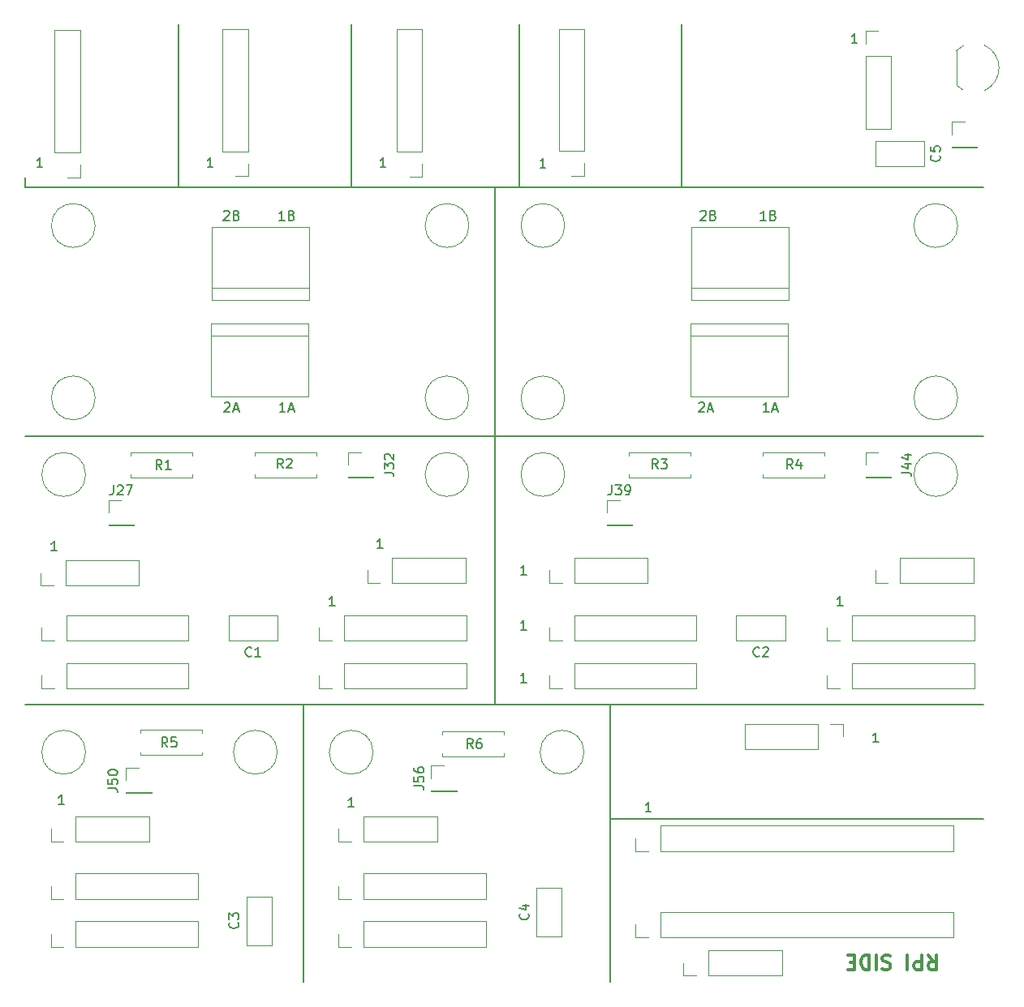
<source format=gbr>
G04 #@! TF.FileFunction,Legend,Top*
%FSLAX46Y46*%
G04 Gerber Fmt 4.6, Leading zero omitted, Abs format (unit mm)*
G04 Created by KiCad (PCBNEW 4.0.7) date 09/21/21 22:43:12*
%MOMM*%
%LPD*%
G01*
G04 APERTURE LIST*
%ADD10C,0.100000*%
%ADD11C,0.200000*%
%ADD12C,0.150000*%
%ADD13C,0.300000*%
%ADD14C,0.120000*%
G04 APERTURE END LIST*
D10*
D11*
X98500000Y-30000000D02*
X98500000Y-47000000D01*
X81500000Y-30000000D02*
X81500000Y-47000000D01*
X64000000Y-30000000D02*
X64000000Y-47000000D01*
X46000000Y-30000000D02*
X46000000Y-47000000D01*
D12*
X84285715Y-44952381D02*
X83714286Y-44952381D01*
X84000000Y-44952381D02*
X84000000Y-43952381D01*
X83904762Y-44095238D01*
X83809524Y-44190476D01*
X83714286Y-44238095D01*
X119035715Y-104952381D02*
X118464286Y-104952381D01*
X118750000Y-104952381D02*
X118750000Y-103952381D01*
X118654762Y-104095238D01*
X118559524Y-104190476D01*
X118464286Y-104238095D01*
X95285715Y-112202381D02*
X94714286Y-112202381D01*
X95000000Y-112202381D02*
X95000000Y-111202381D01*
X94904762Y-111345238D01*
X94809524Y-111440476D01*
X94714286Y-111488095D01*
X64285715Y-111702381D02*
X63714286Y-111702381D01*
X64000000Y-111702381D02*
X64000000Y-110702381D01*
X63904762Y-110845238D01*
X63809524Y-110940476D01*
X63714286Y-110988095D01*
X34035715Y-111452381D02*
X33464286Y-111452381D01*
X33750000Y-111452381D02*
X33750000Y-110452381D01*
X33654762Y-110595238D01*
X33559524Y-110690476D01*
X33464286Y-110738095D01*
X67285715Y-84702381D02*
X66714286Y-84702381D01*
X67000000Y-84702381D02*
X67000000Y-83702381D01*
X66904762Y-83845238D01*
X66809524Y-83940476D01*
X66714286Y-83988095D01*
X115285715Y-90702381D02*
X114714286Y-90702381D01*
X115000000Y-90702381D02*
X115000000Y-89702381D01*
X114904762Y-89845238D01*
X114809524Y-89940476D01*
X114714286Y-89988095D01*
X82285715Y-98702381D02*
X81714286Y-98702381D01*
X82000000Y-98702381D02*
X82000000Y-97702381D01*
X81904762Y-97845238D01*
X81809524Y-97940476D01*
X81714286Y-97988095D01*
X82285715Y-93202381D02*
X81714286Y-93202381D01*
X82000000Y-93202381D02*
X82000000Y-92202381D01*
X81904762Y-92345238D01*
X81809524Y-92440476D01*
X81714286Y-92488095D01*
X82285715Y-87452381D02*
X81714286Y-87452381D01*
X82000000Y-87452381D02*
X82000000Y-86452381D01*
X81904762Y-86595238D01*
X81809524Y-86690476D01*
X81714286Y-86738095D01*
X62285715Y-90702381D02*
X61714286Y-90702381D01*
X62000000Y-90702381D02*
X62000000Y-89702381D01*
X61904762Y-89845238D01*
X61809524Y-89940476D01*
X61714286Y-89988095D01*
X33285715Y-84952381D02*
X32714286Y-84952381D01*
X33000000Y-84952381D02*
X33000000Y-83952381D01*
X32904762Y-84095238D01*
X32809524Y-84190476D01*
X32714286Y-84238095D01*
X100464286Y-49547619D02*
X100511905Y-49500000D01*
X100607143Y-49452381D01*
X100845239Y-49452381D01*
X100940477Y-49500000D01*
X100988096Y-49547619D01*
X101035715Y-49642857D01*
X101035715Y-49738095D01*
X100988096Y-49880952D01*
X100416667Y-50452381D01*
X101035715Y-50452381D01*
X101797620Y-49928571D02*
X101940477Y-49976190D01*
X101988096Y-50023810D01*
X102035715Y-50119048D01*
X102035715Y-50261905D01*
X101988096Y-50357143D01*
X101940477Y-50404762D01*
X101845239Y-50452381D01*
X101464286Y-50452381D01*
X101464286Y-49452381D01*
X101797620Y-49452381D01*
X101892858Y-49500000D01*
X101940477Y-49547619D01*
X101988096Y-49642857D01*
X101988096Y-49738095D01*
X101940477Y-49833333D01*
X101892858Y-49880952D01*
X101797620Y-49928571D01*
X101464286Y-49928571D01*
X107285715Y-50452381D02*
X106714286Y-50452381D01*
X107000000Y-50452381D02*
X107000000Y-49452381D01*
X106904762Y-49595238D01*
X106809524Y-49690476D01*
X106714286Y-49738095D01*
X108047620Y-49928571D02*
X108190477Y-49976190D01*
X108238096Y-50023810D01*
X108285715Y-50119048D01*
X108285715Y-50261905D01*
X108238096Y-50357143D01*
X108190477Y-50404762D01*
X108095239Y-50452381D01*
X107714286Y-50452381D01*
X107714286Y-49452381D01*
X108047620Y-49452381D01*
X108142858Y-49500000D01*
X108190477Y-49547619D01*
X108238096Y-49642857D01*
X108238096Y-49738095D01*
X108190477Y-49833333D01*
X108142858Y-49880952D01*
X108047620Y-49928571D01*
X107714286Y-49928571D01*
X100285714Y-69547619D02*
X100333333Y-69500000D01*
X100428571Y-69452381D01*
X100666667Y-69452381D01*
X100761905Y-69500000D01*
X100809524Y-69547619D01*
X100857143Y-69642857D01*
X100857143Y-69738095D01*
X100809524Y-69880952D01*
X100238095Y-70452381D01*
X100857143Y-70452381D01*
X101238095Y-70166667D02*
X101714286Y-70166667D01*
X101142857Y-70452381D02*
X101476190Y-69452381D01*
X101809524Y-70452381D01*
X107607143Y-70452381D02*
X107035714Y-70452381D01*
X107321428Y-70452381D02*
X107321428Y-69452381D01*
X107226190Y-69595238D01*
X107130952Y-69690476D01*
X107035714Y-69738095D01*
X107988095Y-70166667D02*
X108464286Y-70166667D01*
X107892857Y-70452381D02*
X108226190Y-69452381D01*
X108559524Y-70452381D01*
X50714286Y-49547619D02*
X50761905Y-49500000D01*
X50857143Y-49452381D01*
X51095239Y-49452381D01*
X51190477Y-49500000D01*
X51238096Y-49547619D01*
X51285715Y-49642857D01*
X51285715Y-49738095D01*
X51238096Y-49880952D01*
X50666667Y-50452381D01*
X51285715Y-50452381D01*
X52047620Y-49928571D02*
X52190477Y-49976190D01*
X52238096Y-50023810D01*
X52285715Y-50119048D01*
X52285715Y-50261905D01*
X52238096Y-50357143D01*
X52190477Y-50404762D01*
X52095239Y-50452381D01*
X51714286Y-50452381D01*
X51714286Y-49452381D01*
X52047620Y-49452381D01*
X52142858Y-49500000D01*
X52190477Y-49547619D01*
X52238096Y-49642857D01*
X52238096Y-49738095D01*
X52190477Y-49833333D01*
X52142858Y-49880952D01*
X52047620Y-49928571D01*
X51714286Y-49928571D01*
X57035715Y-50452381D02*
X56464286Y-50452381D01*
X56750000Y-50452381D02*
X56750000Y-49452381D01*
X56654762Y-49595238D01*
X56559524Y-49690476D01*
X56464286Y-49738095D01*
X57797620Y-49928571D02*
X57940477Y-49976190D01*
X57988096Y-50023810D01*
X58035715Y-50119048D01*
X58035715Y-50261905D01*
X57988096Y-50357143D01*
X57940477Y-50404762D01*
X57845239Y-50452381D01*
X57464286Y-50452381D01*
X57464286Y-49452381D01*
X57797620Y-49452381D01*
X57892858Y-49500000D01*
X57940477Y-49547619D01*
X57988096Y-49642857D01*
X57988096Y-49738095D01*
X57940477Y-49833333D01*
X57892858Y-49880952D01*
X57797620Y-49928571D01*
X57464286Y-49928571D01*
X50785714Y-69547619D02*
X50833333Y-69500000D01*
X50928571Y-69452381D01*
X51166667Y-69452381D01*
X51261905Y-69500000D01*
X51309524Y-69547619D01*
X51357143Y-69642857D01*
X51357143Y-69738095D01*
X51309524Y-69880952D01*
X50738095Y-70452381D01*
X51357143Y-70452381D01*
X51738095Y-70166667D02*
X52214286Y-70166667D01*
X51642857Y-70452381D02*
X51976190Y-69452381D01*
X52309524Y-70452381D01*
X57107143Y-70452381D02*
X56535714Y-70452381D01*
X56821428Y-70452381D02*
X56821428Y-69452381D01*
X56726190Y-69595238D01*
X56630952Y-69690476D01*
X56535714Y-69738095D01*
X57488095Y-70166667D02*
X57964286Y-70166667D01*
X57392857Y-70452381D02*
X57726190Y-69452381D01*
X58059524Y-70452381D01*
X31781715Y-44902381D02*
X31210286Y-44902381D01*
X31496000Y-44902381D02*
X31496000Y-43902381D01*
X31400762Y-44045238D01*
X31305524Y-44140476D01*
X31210286Y-44188095D01*
X49561715Y-44902381D02*
X48990286Y-44902381D01*
X49276000Y-44902381D02*
X49276000Y-43902381D01*
X49180762Y-44045238D01*
X49085524Y-44140476D01*
X48990286Y-44188095D01*
X67595715Y-44902381D02*
X67024286Y-44902381D01*
X67310000Y-44902381D02*
X67310000Y-43902381D01*
X67214762Y-44045238D01*
X67119524Y-44140476D01*
X67024286Y-44188095D01*
X116785715Y-31952381D02*
X116214286Y-31952381D01*
X116500000Y-31952381D02*
X116500000Y-30952381D01*
X116404762Y-31095238D01*
X116309524Y-31190476D01*
X116214286Y-31238095D01*
D13*
X124194285Y-127171429D02*
X124694285Y-127885714D01*
X125051428Y-127171429D02*
X125051428Y-128671429D01*
X124480000Y-128671429D01*
X124337142Y-128600000D01*
X124265714Y-128528571D01*
X124194285Y-128385714D01*
X124194285Y-128171429D01*
X124265714Y-128028571D01*
X124337142Y-127957143D01*
X124480000Y-127885714D01*
X125051428Y-127885714D01*
X123551428Y-127171429D02*
X123551428Y-128671429D01*
X122980000Y-128671429D01*
X122837142Y-128600000D01*
X122765714Y-128528571D01*
X122694285Y-128385714D01*
X122694285Y-128171429D01*
X122765714Y-128028571D01*
X122837142Y-127957143D01*
X122980000Y-127885714D01*
X123551428Y-127885714D01*
X122051428Y-127171429D02*
X122051428Y-128671429D01*
X120265714Y-127242857D02*
X120051428Y-127171429D01*
X119694285Y-127171429D01*
X119551428Y-127242857D01*
X119479999Y-127314286D01*
X119408571Y-127457143D01*
X119408571Y-127600000D01*
X119479999Y-127742857D01*
X119551428Y-127814286D01*
X119694285Y-127885714D01*
X119979999Y-127957143D01*
X120122857Y-128028571D01*
X120194285Y-128100000D01*
X120265714Y-128242857D01*
X120265714Y-128385714D01*
X120194285Y-128528571D01*
X120122857Y-128600000D01*
X119979999Y-128671429D01*
X119622857Y-128671429D01*
X119408571Y-128600000D01*
X118765714Y-127171429D02*
X118765714Y-128671429D01*
X118051428Y-127171429D02*
X118051428Y-128671429D01*
X117694285Y-128671429D01*
X117480000Y-128600000D01*
X117337142Y-128457143D01*
X117265714Y-128314286D01*
X117194285Y-128028571D01*
X117194285Y-127814286D01*
X117265714Y-127528571D01*
X117337142Y-127385714D01*
X117480000Y-127242857D01*
X117694285Y-127171429D01*
X118051428Y-127171429D01*
X116551428Y-127957143D02*
X116051428Y-127957143D01*
X115837142Y-127171429D02*
X116551428Y-127171429D01*
X116551428Y-128671429D01*
X115837142Y-128671429D01*
D11*
X130000000Y-113000000D02*
X91000000Y-113000000D01*
X91000000Y-101000000D02*
X91000000Y-130000000D01*
X59000000Y-101000000D02*
X59000000Y-130000000D01*
X79000000Y-101000000D02*
X79000000Y-73000000D01*
X30000000Y-101000000D02*
X130000000Y-101000000D01*
X79000000Y-47000000D02*
X79000000Y-73000000D01*
X30000000Y-73000000D02*
X130000000Y-73000000D01*
X30000000Y-47000000D02*
X30000000Y-46000000D01*
X130000000Y-47000000D02*
X30000000Y-47000000D01*
D14*
X35727000Y-30615000D02*
X33067000Y-30615000D01*
X35727000Y-43375000D02*
X35727000Y-30615000D01*
X33067000Y-43375000D02*
X33067000Y-30615000D01*
X35727000Y-43375000D02*
X33067000Y-43375000D01*
X35727000Y-44645000D02*
X35727000Y-45975000D01*
X35727000Y-45975000D02*
X34397000Y-45975000D01*
X53253000Y-30491000D02*
X50593000Y-30491000D01*
X53253000Y-43251000D02*
X53253000Y-30491000D01*
X50593000Y-43251000D02*
X50593000Y-30491000D01*
X53253000Y-43251000D02*
X50593000Y-43251000D01*
X53253000Y-44521000D02*
X53253000Y-45851000D01*
X53253000Y-45851000D02*
X51923000Y-45851000D01*
X71414000Y-30510000D02*
X68754000Y-30510000D01*
X71414000Y-43270000D02*
X71414000Y-30510000D01*
X68754000Y-43270000D02*
X68754000Y-30510000D01*
X71414000Y-43270000D02*
X68754000Y-43270000D01*
X71414000Y-44540000D02*
X71414000Y-45870000D01*
X71414000Y-45870000D02*
X70084000Y-45870000D01*
X49380000Y-62460000D02*
X59540000Y-62460000D01*
X49380000Y-61190000D02*
X49380000Y-68810000D01*
X49380000Y-68810000D02*
X59540000Y-68810000D01*
X59540000Y-68810000D02*
X59540000Y-61190000D01*
X59540000Y-61190000D02*
X49380000Y-61190000D01*
X37286000Y-51000000D02*
G75*
G03X37286000Y-51000000I-2286000J0D01*
G01*
X76286000Y-51000000D02*
G75*
G03X76286000Y-51000000I-2286000J0D01*
G01*
X59620000Y-57540000D02*
X49460000Y-57540000D01*
X59620000Y-58810000D02*
X59620000Y-51190000D01*
X59620000Y-51190000D02*
X49460000Y-51190000D01*
X49460000Y-51190000D02*
X49460000Y-58810000D01*
X49460000Y-58810000D02*
X59620000Y-58810000D01*
X37286000Y-69000000D02*
G75*
G03X37286000Y-69000000I-2286000J0D01*
G01*
X76286000Y-69000000D02*
G75*
G03X76286000Y-69000000I-2286000J0D01*
G01*
X109620000Y-57540000D02*
X99460000Y-57540000D01*
X109620000Y-58810000D02*
X109620000Y-51190000D01*
X109620000Y-51190000D02*
X99460000Y-51190000D01*
X99460000Y-51190000D02*
X99460000Y-58810000D01*
X99460000Y-58810000D02*
X109620000Y-58810000D01*
X86286000Y-51000000D02*
G75*
G03X86286000Y-51000000I-2286000J0D01*
G01*
X86286000Y-69000000D02*
G75*
G03X86286000Y-69000000I-2286000J0D01*
G01*
X99380000Y-62460000D02*
X109540000Y-62460000D01*
X99380000Y-61190000D02*
X99380000Y-68810000D01*
X99380000Y-68810000D02*
X109540000Y-68810000D01*
X109540000Y-68810000D02*
X109540000Y-61190000D01*
X109540000Y-61190000D02*
X99380000Y-61190000D01*
X127286000Y-51000000D02*
G75*
G03X127286000Y-51000000I-2286000J0D01*
G01*
X127286000Y-69000000D02*
G75*
G03X127286000Y-69000000I-2286000J0D01*
G01*
X36286000Y-77000000D02*
G75*
G03X36286000Y-77000000I-2286000J0D01*
G01*
X47030000Y-99330000D02*
X47030000Y-96670000D01*
X34270000Y-99330000D02*
X47030000Y-99330000D01*
X34270000Y-96670000D02*
X47030000Y-96670000D01*
X34270000Y-99330000D02*
X34270000Y-96670000D01*
X33000000Y-99330000D02*
X31670000Y-99330000D01*
X31670000Y-99330000D02*
X31670000Y-98000000D01*
X38670000Y-82330000D02*
X41330000Y-82330000D01*
X38670000Y-82270000D02*
X38670000Y-82330000D01*
X41330000Y-82270000D02*
X41330000Y-82330000D01*
X38670000Y-82270000D02*
X41330000Y-82270000D01*
X38670000Y-81000000D02*
X38670000Y-79670000D01*
X38670000Y-79670000D02*
X40000000Y-79670000D01*
X41870000Y-88620000D02*
X41870000Y-85960000D01*
X34190000Y-88620000D02*
X41870000Y-88620000D01*
X34190000Y-85960000D02*
X41870000Y-85960000D01*
X34190000Y-88620000D02*
X34190000Y-85960000D01*
X32920000Y-88620000D02*
X31590000Y-88620000D01*
X31590000Y-88620000D02*
X31590000Y-87290000D01*
X47030000Y-94330000D02*
X47030000Y-91670000D01*
X34270000Y-94330000D02*
X47030000Y-94330000D01*
X34270000Y-91670000D02*
X47030000Y-91670000D01*
X34270000Y-94330000D02*
X34270000Y-91670000D01*
X33000000Y-94330000D02*
X31670000Y-94330000D01*
X31670000Y-94330000D02*
X31670000Y-93000000D01*
X76030000Y-99330000D02*
X76030000Y-96670000D01*
X63270000Y-99330000D02*
X76030000Y-99330000D01*
X63270000Y-96670000D02*
X76030000Y-96670000D01*
X63270000Y-99330000D02*
X63270000Y-96670000D01*
X62000000Y-99330000D02*
X60670000Y-99330000D01*
X60670000Y-99330000D02*
X60670000Y-98000000D01*
X75950000Y-88330000D02*
X75950000Y-85670000D01*
X68270000Y-88330000D02*
X75950000Y-88330000D01*
X68270000Y-85670000D02*
X75950000Y-85670000D01*
X68270000Y-88330000D02*
X68270000Y-85670000D01*
X67000000Y-88330000D02*
X65670000Y-88330000D01*
X65670000Y-88330000D02*
X65670000Y-87000000D01*
X63670000Y-77330000D02*
X66330000Y-77330000D01*
X63670000Y-77270000D02*
X63670000Y-77330000D01*
X66330000Y-77270000D02*
X66330000Y-77330000D01*
X63670000Y-77270000D02*
X66330000Y-77270000D01*
X63670000Y-76000000D02*
X63670000Y-74670000D01*
X63670000Y-74670000D02*
X65000000Y-74670000D01*
X76030000Y-94330000D02*
X76030000Y-91670000D01*
X63270000Y-94330000D02*
X76030000Y-94330000D01*
X63270000Y-91670000D02*
X76030000Y-91670000D01*
X63270000Y-94330000D02*
X63270000Y-91670000D01*
X62000000Y-94330000D02*
X60670000Y-94330000D01*
X60670000Y-94330000D02*
X60670000Y-93000000D01*
X76286000Y-77000000D02*
G75*
G03X76286000Y-77000000I-2286000J0D01*
G01*
X56310000Y-94310000D02*
X51190000Y-94310000D01*
X56310000Y-91690000D02*
X51190000Y-91690000D01*
X56310000Y-94310000D02*
X56310000Y-91690000D01*
X51190000Y-94310000D02*
X51190000Y-91690000D01*
X109310000Y-94310000D02*
X104190000Y-94310000D01*
X109310000Y-91690000D02*
X104190000Y-91690000D01*
X109310000Y-94310000D02*
X109310000Y-91690000D01*
X104190000Y-94310000D02*
X104190000Y-91690000D01*
X47400000Y-76980000D02*
X47400000Y-77310000D01*
X47400000Y-77310000D02*
X40980000Y-77310000D01*
X40980000Y-77310000D02*
X40980000Y-76980000D01*
X47400000Y-75020000D02*
X47400000Y-74690000D01*
X47400000Y-74690000D02*
X40980000Y-74690000D01*
X40980000Y-74690000D02*
X40980000Y-75020000D01*
X60400000Y-76980000D02*
X60400000Y-77310000D01*
X60400000Y-77310000D02*
X53980000Y-77310000D01*
X53980000Y-77310000D02*
X53980000Y-76980000D01*
X60400000Y-75020000D02*
X60400000Y-74690000D01*
X60400000Y-74690000D02*
X53980000Y-74690000D01*
X53980000Y-74690000D02*
X53980000Y-75020000D01*
X86286000Y-77000000D02*
G75*
G03X86286000Y-77000000I-2286000J0D01*
G01*
X100030000Y-94330000D02*
X100030000Y-91670000D01*
X87270000Y-94330000D02*
X100030000Y-94330000D01*
X87270000Y-91670000D02*
X100030000Y-91670000D01*
X87270000Y-94330000D02*
X87270000Y-91670000D01*
X86000000Y-94330000D02*
X84670000Y-94330000D01*
X84670000Y-94330000D02*
X84670000Y-93000000D01*
X90670000Y-82330000D02*
X93330000Y-82330000D01*
X90670000Y-82270000D02*
X90670000Y-82330000D01*
X93330000Y-82270000D02*
X93330000Y-82330000D01*
X90670000Y-82270000D02*
X93330000Y-82270000D01*
X90670000Y-81000000D02*
X90670000Y-79670000D01*
X90670000Y-79670000D02*
X92000000Y-79670000D01*
X94950000Y-88330000D02*
X94950000Y-85670000D01*
X87270000Y-88330000D02*
X94950000Y-88330000D01*
X87270000Y-85670000D02*
X94950000Y-85670000D01*
X87270000Y-88330000D02*
X87270000Y-85670000D01*
X86000000Y-88330000D02*
X84670000Y-88330000D01*
X84670000Y-88330000D02*
X84670000Y-87000000D01*
X100030000Y-99330000D02*
X100030000Y-96670000D01*
X87270000Y-99330000D02*
X100030000Y-99330000D01*
X87270000Y-96670000D02*
X100030000Y-96670000D01*
X87270000Y-99330000D02*
X87270000Y-96670000D01*
X86000000Y-99330000D02*
X84670000Y-99330000D01*
X84670000Y-99330000D02*
X84670000Y-98000000D01*
X129030000Y-94330000D02*
X129030000Y-91670000D01*
X116270000Y-94330000D02*
X129030000Y-94330000D01*
X116270000Y-91670000D02*
X129030000Y-91670000D01*
X116270000Y-94330000D02*
X116270000Y-91670000D01*
X115000000Y-94330000D02*
X113670000Y-94330000D01*
X113670000Y-94330000D02*
X113670000Y-93000000D01*
X128950000Y-88330000D02*
X128950000Y-85670000D01*
X121270000Y-88330000D02*
X128950000Y-88330000D01*
X121270000Y-85670000D02*
X128950000Y-85670000D01*
X121270000Y-88330000D02*
X121270000Y-85670000D01*
X120000000Y-88330000D02*
X118670000Y-88330000D01*
X118670000Y-88330000D02*
X118670000Y-87000000D01*
X117670000Y-77330000D02*
X120330000Y-77330000D01*
X117670000Y-77270000D02*
X117670000Y-77330000D01*
X120330000Y-77270000D02*
X120330000Y-77330000D01*
X117670000Y-77270000D02*
X120330000Y-77270000D01*
X117670000Y-76000000D02*
X117670000Y-74670000D01*
X117670000Y-74670000D02*
X119000000Y-74670000D01*
X129030000Y-99330000D02*
X129030000Y-96670000D01*
X116270000Y-99330000D02*
X129030000Y-99330000D01*
X116270000Y-96670000D02*
X129030000Y-96670000D01*
X116270000Y-99330000D02*
X116270000Y-96670000D01*
X115000000Y-99330000D02*
X113670000Y-99330000D01*
X113670000Y-99330000D02*
X113670000Y-98000000D01*
X127286000Y-77000000D02*
G75*
G03X127286000Y-77000000I-2286000J0D01*
G01*
X99400000Y-76980000D02*
X99400000Y-77310000D01*
X99400000Y-77310000D02*
X92980000Y-77310000D01*
X92980000Y-77310000D02*
X92980000Y-76980000D01*
X99400000Y-75020000D02*
X99400000Y-74690000D01*
X99400000Y-74690000D02*
X92980000Y-74690000D01*
X92980000Y-74690000D02*
X92980000Y-75020000D01*
X113400000Y-76980000D02*
X113400000Y-77310000D01*
X113400000Y-77310000D02*
X106980000Y-77310000D01*
X106980000Y-77310000D02*
X106980000Y-76980000D01*
X113400000Y-75020000D02*
X113400000Y-74690000D01*
X113400000Y-74690000D02*
X106980000Y-74690000D01*
X106980000Y-74690000D02*
X106980000Y-75020000D01*
X53060000Y-126170000D02*
X53060000Y-121050000D01*
X55680000Y-126170000D02*
X55680000Y-121050000D01*
X53060000Y-126170000D02*
X55680000Y-126170000D01*
X53060000Y-121050000D02*
X55680000Y-121050000D01*
X48030000Y-126330000D02*
X48030000Y-123670000D01*
X35270000Y-126330000D02*
X48030000Y-126330000D01*
X35270000Y-123670000D02*
X48030000Y-123670000D01*
X35270000Y-126330000D02*
X35270000Y-123670000D01*
X34000000Y-126330000D02*
X32670000Y-126330000D01*
X32670000Y-126330000D02*
X32670000Y-125000000D01*
X42950000Y-115330000D02*
X42950000Y-112670000D01*
X35270000Y-115330000D02*
X42950000Y-115330000D01*
X35270000Y-112670000D02*
X42950000Y-112670000D01*
X35270000Y-115330000D02*
X35270000Y-112670000D01*
X34000000Y-115330000D02*
X32670000Y-115330000D01*
X32670000Y-115330000D02*
X32670000Y-114000000D01*
X40500000Y-110270000D02*
X43160000Y-110270000D01*
X40500000Y-110210000D02*
X40500000Y-110270000D01*
X43160000Y-110210000D02*
X43160000Y-110270000D01*
X40500000Y-110210000D02*
X43160000Y-110210000D01*
X40500000Y-108940000D02*
X40500000Y-107610000D01*
X40500000Y-107610000D02*
X41830000Y-107610000D01*
X48030000Y-121330000D02*
X48030000Y-118670000D01*
X35270000Y-121330000D02*
X48030000Y-121330000D01*
X35270000Y-118670000D02*
X48030000Y-118670000D01*
X35270000Y-121330000D02*
X35270000Y-118670000D01*
X34000000Y-121330000D02*
X32670000Y-121330000D01*
X32670000Y-121330000D02*
X32670000Y-120000000D01*
X56286000Y-106000000D02*
G75*
G03X56286000Y-106000000I-2286000J0D01*
G01*
X48400000Y-105980000D02*
X48400000Y-106310000D01*
X48400000Y-106310000D02*
X41980000Y-106310000D01*
X41980000Y-106310000D02*
X41980000Y-105980000D01*
X48400000Y-104020000D02*
X48400000Y-103690000D01*
X48400000Y-103690000D02*
X41980000Y-103690000D01*
X41980000Y-103690000D02*
X41980000Y-104020000D01*
X36286000Y-106000000D02*
G75*
G03X36286000Y-106000000I-2286000J0D01*
G01*
X83350000Y-125250000D02*
X83350000Y-120130000D01*
X85970000Y-125250000D02*
X85970000Y-120130000D01*
X83350000Y-125250000D02*
X85970000Y-125250000D01*
X83350000Y-120130000D02*
X85970000Y-120130000D01*
X66286000Y-106000000D02*
G75*
G03X66286000Y-106000000I-2286000J0D01*
G01*
X78030000Y-126330000D02*
X78030000Y-123670000D01*
X65270000Y-126330000D02*
X78030000Y-126330000D01*
X65270000Y-123670000D02*
X78030000Y-123670000D01*
X65270000Y-126330000D02*
X65270000Y-123670000D01*
X64000000Y-126330000D02*
X62670000Y-126330000D01*
X62670000Y-126330000D02*
X62670000Y-125000000D01*
X72950000Y-115330000D02*
X72950000Y-112670000D01*
X65270000Y-115330000D02*
X72950000Y-115330000D01*
X65270000Y-112670000D02*
X72950000Y-112670000D01*
X65270000Y-115330000D02*
X65270000Y-112670000D01*
X64000000Y-115330000D02*
X62670000Y-115330000D01*
X62670000Y-115330000D02*
X62670000Y-114000000D01*
X72330000Y-110042000D02*
X74990000Y-110042000D01*
X72330000Y-109982000D02*
X72330000Y-110042000D01*
X74990000Y-109982000D02*
X74990000Y-110042000D01*
X72330000Y-109982000D02*
X74990000Y-109982000D01*
X72330000Y-108712000D02*
X72330000Y-107382000D01*
X72330000Y-107382000D02*
X73660000Y-107382000D01*
X78030000Y-121330000D02*
X78030000Y-118670000D01*
X65270000Y-121330000D02*
X78030000Y-121330000D01*
X65270000Y-118670000D02*
X78030000Y-118670000D01*
X65270000Y-121330000D02*
X65270000Y-118670000D01*
X64000000Y-121330000D02*
X62670000Y-121330000D01*
X62670000Y-121330000D02*
X62670000Y-120000000D01*
X88286000Y-106000000D02*
G75*
G03X88286000Y-106000000I-2286000J0D01*
G01*
X79918000Y-106136000D02*
X79918000Y-106466000D01*
X79918000Y-106466000D02*
X73498000Y-106466000D01*
X73498000Y-106466000D02*
X73498000Y-106136000D01*
X79918000Y-104176000D02*
X79918000Y-103846000D01*
X79918000Y-103846000D02*
X73498000Y-103846000D01*
X73498000Y-103846000D02*
X73498000Y-104176000D01*
X108950000Y-129330000D02*
X108950000Y-126670000D01*
X101270000Y-129330000D02*
X108950000Y-129330000D01*
X101270000Y-126670000D02*
X108950000Y-126670000D01*
X101270000Y-129330000D02*
X101270000Y-126670000D01*
X100000000Y-129330000D02*
X98670000Y-129330000D01*
X98670000Y-129330000D02*
X98670000Y-128000000D01*
X105060000Y-103020000D02*
X105060000Y-105680000D01*
X112740000Y-103020000D02*
X105060000Y-103020000D01*
X112740000Y-105680000D02*
X105060000Y-105680000D01*
X112740000Y-103020000D02*
X112740000Y-105680000D01*
X114010000Y-103020000D02*
X115340000Y-103020000D01*
X115340000Y-103020000D02*
X115340000Y-104350000D01*
X126810000Y-125330000D02*
X126810000Y-122670000D01*
X96270000Y-125330000D02*
X126810000Y-125330000D01*
X96270000Y-122670000D02*
X126810000Y-122670000D01*
X96270000Y-125330000D02*
X96270000Y-122670000D01*
X95000000Y-125330000D02*
X93670000Y-125330000D01*
X93670000Y-125330000D02*
X93670000Y-124000000D01*
X126810000Y-116330000D02*
X126810000Y-113670000D01*
X96270000Y-116330000D02*
X126810000Y-116330000D01*
X96270000Y-113670000D02*
X126810000Y-113670000D01*
X96270000Y-116330000D02*
X96270000Y-113670000D01*
X95000000Y-116330000D02*
X93670000Y-116330000D01*
X93670000Y-116330000D02*
X93670000Y-115000000D01*
X118690000Y-42190000D02*
X123810000Y-42190000D01*
X118690000Y-44810000D02*
X123810000Y-44810000D01*
X118690000Y-42190000D02*
X118690000Y-44810000D01*
X123810000Y-42190000D02*
X123810000Y-44810000D01*
X117670000Y-40950000D02*
X120330000Y-40950000D01*
X117670000Y-33270000D02*
X117670000Y-40950000D01*
X120330000Y-33270000D02*
X120330000Y-40950000D01*
X117670000Y-33270000D02*
X120330000Y-33270000D01*
X117670000Y-32000000D02*
X117670000Y-30670000D01*
X117670000Y-30670000D02*
X119000000Y-30670000D01*
X126670000Y-42830000D02*
X129330000Y-42830000D01*
X126670000Y-42770000D02*
X126670000Y-42830000D01*
X129330000Y-42770000D02*
X129330000Y-42830000D01*
X126670000Y-42770000D02*
X129330000Y-42770000D01*
X126670000Y-41500000D02*
X126670000Y-40170000D01*
X126670000Y-40170000D02*
X128000000Y-40170000D01*
X127150000Y-32740000D02*
X127150000Y-36340000D01*
X127877205Y-32215816D02*
G75*
G03X127150000Y-32740000I1122795J-2324184D01*
G01*
X130098807Y-32183600D02*
G75*
G02X131600000Y-34540000I-1098807J-2356400D01*
G01*
X130098807Y-36896400D02*
G75*
G03X131600000Y-34540000I-1098807J2356400D01*
G01*
X127877205Y-36864184D02*
G75*
G02X127150000Y-36340000I1122795J2324184D01*
G01*
X88330000Y-30470000D02*
X85670000Y-30470000D01*
X88330000Y-43230000D02*
X88330000Y-30470000D01*
X85670000Y-43230000D02*
X85670000Y-30470000D01*
X88330000Y-43230000D02*
X85670000Y-43230000D01*
X88330000Y-44500000D02*
X88330000Y-45830000D01*
X88330000Y-45830000D02*
X87000000Y-45830000D01*
D12*
X39190477Y-78122381D02*
X39190477Y-78836667D01*
X39142857Y-78979524D01*
X39047619Y-79074762D01*
X38904762Y-79122381D01*
X38809524Y-79122381D01*
X39619048Y-78217619D02*
X39666667Y-78170000D01*
X39761905Y-78122381D01*
X40000001Y-78122381D01*
X40095239Y-78170000D01*
X40142858Y-78217619D01*
X40190477Y-78312857D01*
X40190477Y-78408095D01*
X40142858Y-78550952D01*
X39571429Y-79122381D01*
X40190477Y-79122381D01*
X40523810Y-78122381D02*
X41190477Y-78122381D01*
X40761905Y-79122381D01*
X67452381Y-76809523D02*
X68166667Y-76809523D01*
X68309524Y-76857143D01*
X68404762Y-76952381D01*
X68452381Y-77095238D01*
X68452381Y-77190476D01*
X67452381Y-76428571D02*
X67452381Y-75809523D01*
X67833333Y-76142857D01*
X67833333Y-75999999D01*
X67880952Y-75904761D01*
X67928571Y-75857142D01*
X68023810Y-75809523D01*
X68261905Y-75809523D01*
X68357143Y-75857142D01*
X68404762Y-75904761D01*
X68452381Y-75999999D01*
X68452381Y-76285714D01*
X68404762Y-76380952D01*
X68357143Y-76428571D01*
X67547619Y-75428571D02*
X67500000Y-75380952D01*
X67452381Y-75285714D01*
X67452381Y-75047618D01*
X67500000Y-74952380D01*
X67547619Y-74904761D01*
X67642857Y-74857142D01*
X67738095Y-74857142D01*
X67880952Y-74904761D01*
X68452381Y-75476190D01*
X68452381Y-74857142D01*
X53583334Y-95917143D02*
X53535715Y-95964762D01*
X53392858Y-96012381D01*
X53297620Y-96012381D01*
X53154762Y-95964762D01*
X53059524Y-95869524D01*
X53011905Y-95774286D01*
X52964286Y-95583810D01*
X52964286Y-95440952D01*
X53011905Y-95250476D01*
X53059524Y-95155238D01*
X53154762Y-95060000D01*
X53297620Y-95012381D01*
X53392858Y-95012381D01*
X53535715Y-95060000D01*
X53583334Y-95107619D01*
X54535715Y-96012381D02*
X53964286Y-96012381D01*
X54250000Y-96012381D02*
X54250000Y-95012381D01*
X54154762Y-95155238D01*
X54059524Y-95250476D01*
X53964286Y-95298095D01*
X106583334Y-95917143D02*
X106535715Y-95964762D01*
X106392858Y-96012381D01*
X106297620Y-96012381D01*
X106154762Y-95964762D01*
X106059524Y-95869524D01*
X106011905Y-95774286D01*
X105964286Y-95583810D01*
X105964286Y-95440952D01*
X106011905Y-95250476D01*
X106059524Y-95155238D01*
X106154762Y-95060000D01*
X106297620Y-95012381D01*
X106392858Y-95012381D01*
X106535715Y-95060000D01*
X106583334Y-95107619D01*
X106964286Y-95107619D02*
X107011905Y-95060000D01*
X107107143Y-95012381D01*
X107345239Y-95012381D01*
X107440477Y-95060000D01*
X107488096Y-95107619D01*
X107535715Y-95202857D01*
X107535715Y-95298095D01*
X107488096Y-95440952D01*
X106916667Y-96012381D01*
X107535715Y-96012381D01*
X44233334Y-76452381D02*
X43900000Y-75976190D01*
X43661905Y-76452381D02*
X43661905Y-75452381D01*
X44042858Y-75452381D01*
X44138096Y-75500000D01*
X44185715Y-75547619D01*
X44233334Y-75642857D01*
X44233334Y-75785714D01*
X44185715Y-75880952D01*
X44138096Y-75928571D01*
X44042858Y-75976190D01*
X43661905Y-75976190D01*
X45185715Y-76452381D02*
X44614286Y-76452381D01*
X44900000Y-76452381D02*
X44900000Y-75452381D01*
X44804762Y-75595238D01*
X44709524Y-75690476D01*
X44614286Y-75738095D01*
X56883334Y-76342381D02*
X56550000Y-75866190D01*
X56311905Y-76342381D02*
X56311905Y-75342381D01*
X56692858Y-75342381D01*
X56788096Y-75390000D01*
X56835715Y-75437619D01*
X56883334Y-75532857D01*
X56883334Y-75675714D01*
X56835715Y-75770952D01*
X56788096Y-75818571D01*
X56692858Y-75866190D01*
X56311905Y-75866190D01*
X57264286Y-75437619D02*
X57311905Y-75390000D01*
X57407143Y-75342381D01*
X57645239Y-75342381D01*
X57740477Y-75390000D01*
X57788096Y-75437619D01*
X57835715Y-75532857D01*
X57835715Y-75628095D01*
X57788096Y-75770952D01*
X57216667Y-76342381D01*
X57835715Y-76342381D01*
X91190477Y-78122381D02*
X91190477Y-78836667D01*
X91142857Y-78979524D01*
X91047619Y-79074762D01*
X90904762Y-79122381D01*
X90809524Y-79122381D01*
X91571429Y-78122381D02*
X92190477Y-78122381D01*
X91857143Y-78503333D01*
X92000001Y-78503333D01*
X92095239Y-78550952D01*
X92142858Y-78598571D01*
X92190477Y-78693810D01*
X92190477Y-78931905D01*
X92142858Y-79027143D01*
X92095239Y-79074762D01*
X92000001Y-79122381D01*
X91714286Y-79122381D01*
X91619048Y-79074762D01*
X91571429Y-79027143D01*
X92666667Y-79122381D02*
X92857143Y-79122381D01*
X92952382Y-79074762D01*
X93000001Y-79027143D01*
X93095239Y-78884286D01*
X93142858Y-78693810D01*
X93142858Y-78312857D01*
X93095239Y-78217619D01*
X93047620Y-78170000D01*
X92952382Y-78122381D01*
X92761905Y-78122381D01*
X92666667Y-78170000D01*
X92619048Y-78217619D01*
X92571429Y-78312857D01*
X92571429Y-78550952D01*
X92619048Y-78646190D01*
X92666667Y-78693810D01*
X92761905Y-78741429D01*
X92952382Y-78741429D01*
X93047620Y-78693810D01*
X93095239Y-78646190D01*
X93142858Y-78550952D01*
X121452381Y-76809523D02*
X122166667Y-76809523D01*
X122309524Y-76857143D01*
X122404762Y-76952381D01*
X122452381Y-77095238D01*
X122452381Y-77190476D01*
X121785714Y-75904761D02*
X122452381Y-75904761D01*
X121404762Y-76142857D02*
X122119048Y-76380952D01*
X122119048Y-75761904D01*
X121785714Y-74952380D02*
X122452381Y-74952380D01*
X121404762Y-75190476D02*
X122119048Y-75428571D01*
X122119048Y-74809523D01*
X95993334Y-76392381D02*
X95660000Y-75916190D01*
X95421905Y-76392381D02*
X95421905Y-75392381D01*
X95802858Y-75392381D01*
X95898096Y-75440000D01*
X95945715Y-75487619D01*
X95993334Y-75582857D01*
X95993334Y-75725714D01*
X95945715Y-75820952D01*
X95898096Y-75868571D01*
X95802858Y-75916190D01*
X95421905Y-75916190D01*
X96326667Y-75392381D02*
X96945715Y-75392381D01*
X96612381Y-75773333D01*
X96755239Y-75773333D01*
X96850477Y-75820952D01*
X96898096Y-75868571D01*
X96945715Y-75963810D01*
X96945715Y-76201905D01*
X96898096Y-76297143D01*
X96850477Y-76344762D01*
X96755239Y-76392381D01*
X96469524Y-76392381D01*
X96374286Y-76344762D01*
X96326667Y-76297143D01*
X110063334Y-76412381D02*
X109730000Y-75936190D01*
X109491905Y-76412381D02*
X109491905Y-75412381D01*
X109872858Y-75412381D01*
X109968096Y-75460000D01*
X110015715Y-75507619D01*
X110063334Y-75602857D01*
X110063334Y-75745714D01*
X110015715Y-75840952D01*
X109968096Y-75888571D01*
X109872858Y-75936190D01*
X109491905Y-75936190D01*
X110920477Y-75745714D02*
X110920477Y-76412381D01*
X110682381Y-75364762D02*
X110444286Y-76079048D01*
X111063334Y-76079048D01*
X52167143Y-123776666D02*
X52214762Y-123824285D01*
X52262381Y-123967142D01*
X52262381Y-124062380D01*
X52214762Y-124205238D01*
X52119524Y-124300476D01*
X52024286Y-124348095D01*
X51833810Y-124395714D01*
X51690952Y-124395714D01*
X51500476Y-124348095D01*
X51405238Y-124300476D01*
X51310000Y-124205238D01*
X51262381Y-124062380D01*
X51262381Y-123967142D01*
X51310000Y-123824285D01*
X51357619Y-123776666D01*
X51262381Y-123443333D02*
X51262381Y-122824285D01*
X51643333Y-123157619D01*
X51643333Y-123014761D01*
X51690952Y-122919523D01*
X51738571Y-122871904D01*
X51833810Y-122824285D01*
X52071905Y-122824285D01*
X52167143Y-122871904D01*
X52214762Y-122919523D01*
X52262381Y-123014761D01*
X52262381Y-123300476D01*
X52214762Y-123395714D01*
X52167143Y-123443333D01*
X38622381Y-109779523D02*
X39336667Y-109779523D01*
X39479524Y-109827143D01*
X39574762Y-109922381D01*
X39622381Y-110065238D01*
X39622381Y-110160476D01*
X38622381Y-108827142D02*
X38622381Y-109303333D01*
X39098571Y-109350952D01*
X39050952Y-109303333D01*
X39003333Y-109208095D01*
X39003333Y-108969999D01*
X39050952Y-108874761D01*
X39098571Y-108827142D01*
X39193810Y-108779523D01*
X39431905Y-108779523D01*
X39527143Y-108827142D01*
X39574762Y-108874761D01*
X39622381Y-108969999D01*
X39622381Y-109208095D01*
X39574762Y-109303333D01*
X39527143Y-109350952D01*
X38622381Y-108160476D02*
X38622381Y-108065237D01*
X38670000Y-107969999D01*
X38717619Y-107922380D01*
X38812857Y-107874761D01*
X39003333Y-107827142D01*
X39241429Y-107827142D01*
X39431905Y-107874761D01*
X39527143Y-107922380D01*
X39574762Y-107969999D01*
X39622381Y-108065237D01*
X39622381Y-108160476D01*
X39574762Y-108255714D01*
X39527143Y-108303333D01*
X39431905Y-108350952D01*
X39241429Y-108398571D01*
X39003333Y-108398571D01*
X38812857Y-108350952D01*
X38717619Y-108303333D01*
X38670000Y-108255714D01*
X38622381Y-108160476D01*
X44833334Y-105452381D02*
X44500000Y-104976190D01*
X44261905Y-105452381D02*
X44261905Y-104452381D01*
X44642858Y-104452381D01*
X44738096Y-104500000D01*
X44785715Y-104547619D01*
X44833334Y-104642857D01*
X44833334Y-104785714D01*
X44785715Y-104880952D01*
X44738096Y-104928571D01*
X44642858Y-104976190D01*
X44261905Y-104976190D01*
X45738096Y-104452381D02*
X45261905Y-104452381D01*
X45214286Y-104928571D01*
X45261905Y-104880952D01*
X45357143Y-104833333D01*
X45595239Y-104833333D01*
X45690477Y-104880952D01*
X45738096Y-104928571D01*
X45785715Y-105023810D01*
X45785715Y-105261905D01*
X45738096Y-105357143D01*
X45690477Y-105404762D01*
X45595239Y-105452381D01*
X45357143Y-105452381D01*
X45261905Y-105404762D01*
X45214286Y-105357143D01*
X82457143Y-122856666D02*
X82504762Y-122904285D01*
X82552381Y-123047142D01*
X82552381Y-123142380D01*
X82504762Y-123285238D01*
X82409524Y-123380476D01*
X82314286Y-123428095D01*
X82123810Y-123475714D01*
X81980952Y-123475714D01*
X81790476Y-123428095D01*
X81695238Y-123380476D01*
X81600000Y-123285238D01*
X81552381Y-123142380D01*
X81552381Y-123047142D01*
X81600000Y-122904285D01*
X81647619Y-122856666D01*
X81885714Y-121999523D02*
X82552381Y-121999523D01*
X81504762Y-122237619D02*
X82219048Y-122475714D01*
X82219048Y-121856666D01*
X70572381Y-109521523D02*
X71286667Y-109521523D01*
X71429524Y-109569143D01*
X71524762Y-109664381D01*
X71572381Y-109807238D01*
X71572381Y-109902476D01*
X70572381Y-108569142D02*
X70572381Y-109045333D01*
X71048571Y-109092952D01*
X71000952Y-109045333D01*
X70953333Y-108950095D01*
X70953333Y-108711999D01*
X71000952Y-108616761D01*
X71048571Y-108569142D01*
X71143810Y-108521523D01*
X71381905Y-108521523D01*
X71477143Y-108569142D01*
X71524762Y-108616761D01*
X71572381Y-108711999D01*
X71572381Y-108950095D01*
X71524762Y-109045333D01*
X71477143Y-109092952D01*
X70572381Y-107664380D02*
X70572381Y-107854857D01*
X70620000Y-107950095D01*
X70667619Y-107997714D01*
X70810476Y-108092952D01*
X71000952Y-108140571D01*
X71381905Y-108140571D01*
X71477143Y-108092952D01*
X71524762Y-108045333D01*
X71572381Y-107950095D01*
X71572381Y-107759618D01*
X71524762Y-107664380D01*
X71477143Y-107616761D01*
X71381905Y-107569142D01*
X71143810Y-107569142D01*
X71048571Y-107616761D01*
X71000952Y-107664380D01*
X70953333Y-107759618D01*
X70953333Y-107950095D01*
X71000952Y-108045333D01*
X71048571Y-108092952D01*
X71143810Y-108140571D01*
X76691334Y-105588381D02*
X76358000Y-105112190D01*
X76119905Y-105588381D02*
X76119905Y-104588381D01*
X76500858Y-104588381D01*
X76596096Y-104636000D01*
X76643715Y-104683619D01*
X76691334Y-104778857D01*
X76691334Y-104921714D01*
X76643715Y-105016952D01*
X76596096Y-105064571D01*
X76500858Y-105112190D01*
X76119905Y-105112190D01*
X77548477Y-104588381D02*
X77358000Y-104588381D01*
X77262762Y-104636000D01*
X77215143Y-104683619D01*
X77119905Y-104826476D01*
X77072286Y-105016952D01*
X77072286Y-105397905D01*
X77119905Y-105493143D01*
X77167524Y-105540762D01*
X77262762Y-105588381D01*
X77453239Y-105588381D01*
X77548477Y-105540762D01*
X77596096Y-105493143D01*
X77643715Y-105397905D01*
X77643715Y-105159810D01*
X77596096Y-105064571D01*
X77548477Y-105016952D01*
X77453239Y-104969333D01*
X77262762Y-104969333D01*
X77167524Y-105016952D01*
X77119905Y-105064571D01*
X77072286Y-105159810D01*
X125357143Y-43666666D02*
X125404762Y-43714285D01*
X125452381Y-43857142D01*
X125452381Y-43952380D01*
X125404762Y-44095238D01*
X125309524Y-44190476D01*
X125214286Y-44238095D01*
X125023810Y-44285714D01*
X124880952Y-44285714D01*
X124690476Y-44238095D01*
X124595238Y-44190476D01*
X124500000Y-44095238D01*
X124452381Y-43952380D01*
X124452381Y-43857142D01*
X124500000Y-43714285D01*
X124547619Y-43666666D01*
X124452381Y-42761904D02*
X124452381Y-43238095D01*
X124928571Y-43285714D01*
X124880952Y-43238095D01*
X124833333Y-43142857D01*
X124833333Y-42904761D01*
X124880952Y-42809523D01*
X124928571Y-42761904D01*
X125023810Y-42714285D01*
X125261905Y-42714285D01*
X125357143Y-42761904D01*
X125404762Y-42809523D01*
X125452381Y-42904761D01*
X125452381Y-43142857D01*
X125404762Y-43238095D01*
X125357143Y-43285714D01*
M02*

</source>
